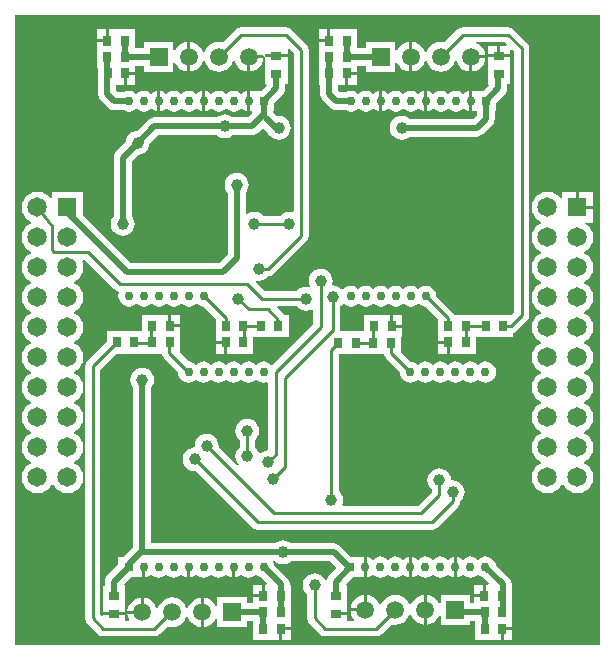
<source format=gtl>
%FSAX43Y43*%
%MOMM*%
G71*
G01*
G75*
G04 Layer_Physical_Order=1*
G04 Layer_Color=255*
%ADD10R,0.700X0.900*%
%ADD11R,0.900X0.700*%
%ADD12C,0.254*%
%ADD13C,0.500*%
%ADD14C,1.500*%
%ADD15R,1.500X1.500*%
%ADD16R,0.765X0.765*%
%ADD17C,0.765*%
%ADD18C,1.650*%
%ADD19R,1.650X1.650*%
%ADD20C,1.000*%
G36*
X0104775Y0036830D02*
X0055245D01*
Y0090170D01*
X0104775D01*
Y0036830D01*
D02*
G37*
%LPC*%
G36*
X0100358Y0075230D02*
X0100012Y0075184D01*
X0099690Y0075051D01*
X0099413Y0074838D01*
X0099201Y0074562D01*
X0099067Y0074239D01*
X0099022Y0073893D01*
X0099067Y0073548D01*
X0099201Y0073225D01*
X0099413Y0072948D01*
X0099690Y0072736D01*
X0099781Y0072698D01*
Y0072548D01*
X0099690Y0072511D01*
X0099413Y0072298D01*
X0099201Y0072022D01*
X0099067Y0071699D01*
X0099022Y0071353D01*
X0099067Y0071008D01*
X0099201Y0070685D01*
X0099413Y0070408D01*
X0099690Y0070196D01*
X0099781Y0070158D01*
Y0070008D01*
X0099690Y0069971D01*
X0099413Y0069758D01*
X0099201Y0069482D01*
X0099067Y0069159D01*
X0099022Y0068813D01*
X0099067Y0068468D01*
X0099201Y0068145D01*
X0099413Y0067868D01*
X0099690Y0067656D01*
X0099781Y0067618D01*
Y0067468D01*
X0099690Y0067431D01*
X0099413Y0067218D01*
X0099201Y0066942D01*
X0099067Y0066619D01*
X0099022Y0066273D01*
X0099067Y0065928D01*
X0099201Y0065605D01*
X0099413Y0065328D01*
X0099690Y0065116D01*
X0099781Y0065078D01*
Y0064928D01*
X0099690Y0064891D01*
X0099413Y0064678D01*
X0099201Y0064402D01*
X0099067Y0064079D01*
X0099022Y0063733D01*
X0099067Y0063388D01*
X0099201Y0063065D01*
X0099413Y0062788D01*
X0099690Y0062576D01*
X0099781Y0062538D01*
Y0062388D01*
X0099690Y0062351D01*
X0099413Y0062138D01*
X0099201Y0061862D01*
X0099067Y0061539D01*
X0099022Y0061193D01*
X0099067Y0060848D01*
X0099201Y0060525D01*
X0099413Y0060248D01*
X0099690Y0060036D01*
X0099781Y0059998D01*
Y0059848D01*
X0099690Y0059811D01*
X0099413Y0059598D01*
X0099201Y0059322D01*
X0099067Y0058999D01*
X0099022Y0058653D01*
X0099067Y0058308D01*
X0099201Y0057985D01*
X0099413Y0057708D01*
X0099690Y0057496D01*
X0099781Y0057458D01*
Y0057308D01*
X0099690Y0057271D01*
X0099413Y0057058D01*
X0099201Y0056782D01*
X0099067Y0056459D01*
X0099022Y0056113D01*
X0099067Y0055768D01*
X0099201Y0055445D01*
X0099413Y0055168D01*
X0099690Y0054956D01*
X0099781Y0054918D01*
Y0054768D01*
X0099690Y0054731D01*
X0099413Y0054518D01*
X0099201Y0054242D01*
X0099067Y0053919D01*
X0099022Y0053573D01*
X0099067Y0053228D01*
X0099201Y0052905D01*
X0099413Y0052628D01*
X0099690Y0052416D01*
X0099781Y0052378D01*
Y0052228D01*
X0099690Y0052191D01*
X0099413Y0051978D01*
X0099201Y0051702D01*
X0099067Y0051379D01*
X0099022Y0051033D01*
X0099067Y0050688D01*
X0099201Y0050365D01*
X0099413Y0050088D01*
X0099690Y0049876D01*
X0100012Y0049743D01*
X0100358Y0049697D01*
X0100704Y0049743D01*
X0101026Y0049876D01*
X0101303Y0050088D01*
X0101515Y0050365D01*
X0101553Y0050456D01*
X0101703D01*
X0101741Y0050365D01*
X0101953Y0050088D01*
X0102230Y0049876D01*
X0102552Y0049743D01*
X0102898Y0049697D01*
X0103244Y0049743D01*
X0103566Y0049876D01*
X0103843Y0050088D01*
X0104055Y0050365D01*
X0104189Y0050688D01*
X0104234Y0051033D01*
X0104189Y0051379D01*
X0104055Y0051702D01*
X0103843Y0051978D01*
X0103566Y0052191D01*
X0103475Y0052228D01*
Y0052378D01*
X0103566Y0052416D01*
X0103843Y0052628D01*
X0104055Y0052905D01*
X0104189Y0053228D01*
X0104234Y0053573D01*
X0104189Y0053919D01*
X0104055Y0054242D01*
X0103843Y0054518D01*
X0103566Y0054731D01*
X0103475Y0054768D01*
Y0054918D01*
X0103566Y0054956D01*
X0103843Y0055168D01*
X0104055Y0055445D01*
X0104189Y0055768D01*
X0104234Y0056113D01*
X0104189Y0056459D01*
X0104055Y0056782D01*
X0103843Y0057058D01*
X0103566Y0057271D01*
X0103475Y0057308D01*
Y0057458D01*
X0103566Y0057496D01*
X0103843Y0057708D01*
X0104055Y0057985D01*
X0104189Y0058308D01*
X0104234Y0058653D01*
X0104189Y0058999D01*
X0104055Y0059322D01*
X0103843Y0059598D01*
X0103566Y0059811D01*
X0103475Y0059848D01*
Y0059998D01*
X0103566Y0060036D01*
X0103843Y0060248D01*
X0104055Y0060525D01*
X0104189Y0060848D01*
X0104234Y0061193D01*
X0104189Y0061539D01*
X0104055Y0061862D01*
X0103843Y0062138D01*
X0103566Y0062351D01*
X0103475Y0062388D01*
Y0062538D01*
X0103566Y0062576D01*
X0103843Y0062788D01*
X0104055Y0063065D01*
X0104189Y0063388D01*
X0104234Y0063733D01*
X0104189Y0064079D01*
X0104055Y0064402D01*
X0103843Y0064678D01*
X0103566Y0064891D01*
X0103475Y0064928D01*
Y0065078D01*
X0103566Y0065116D01*
X0103843Y0065328D01*
X0104055Y0065605D01*
X0104189Y0065928D01*
X0104234Y0066273D01*
X0104189Y0066619D01*
X0104055Y0066942D01*
X0103843Y0067218D01*
X0103566Y0067431D01*
X0103475Y0067468D01*
Y0067618D01*
X0103566Y0067656D01*
X0103843Y0067868D01*
X0104055Y0068145D01*
X0104189Y0068468D01*
X0104234Y0068813D01*
X0104189Y0069159D01*
X0104055Y0069482D01*
X0103843Y0069758D01*
X0103566Y0069971D01*
X0103475Y0070008D01*
Y0070158D01*
X0103566Y0070196D01*
X0103843Y0070408D01*
X0104055Y0070685D01*
X0104189Y0071008D01*
X0104234Y0071353D01*
X0104189Y0071699D01*
X0104055Y0072022D01*
X0103843Y0072298D01*
X0103566Y0072511D01*
X0103578Y0072568D01*
X0104223D01*
Y0073766D01*
X0102898D01*
Y0073893D01*
X0102771D01*
Y0075218D01*
X0101573D01*
Y0074720D01*
X0101431Y0074672D01*
X0101303Y0074838D01*
X0101026Y0075051D01*
X0100704Y0075184D01*
X0100358Y0075230D01*
D02*
G37*
G36*
X0095108Y0044345D02*
X0094878Y0044315D01*
X0094663Y0044226D01*
X0094479Y0044084D01*
X0094467D01*
X0094283Y0044226D01*
X0094068Y0044315D01*
X0093838Y0044345D01*
X0093608Y0044315D01*
X0093393Y0044226D01*
X0093209Y0044084D01*
X0093197D01*
X0093013Y0044226D01*
X0092798Y0044315D01*
X0092695Y0044328D01*
Y0043455D01*
Y0042582D01*
X0092798Y0042595D01*
X0093013Y0042684D01*
X0093197Y0042826D01*
X0093209D01*
X0093393Y0042684D01*
X0093608Y0042595D01*
X0093838Y0042565D01*
X0094068Y0042595D01*
X0094283Y0042684D01*
X0094467Y0042826D01*
X0094479D01*
X0094663Y0042684D01*
X0094878Y0042595D01*
X0094901Y0042592D01*
X0095400Y0042094D01*
X0095342Y0041955D01*
X0095138D01*
Y0041005D01*
X0095011D01*
Y0040878D01*
X0094161D01*
Y0040380D01*
X0093813D01*
Y0041080D01*
X0091313D01*
Y0040367D01*
X0091166Y0040337D01*
X0091115Y0040460D01*
X0090915Y0040722D01*
X0090653Y0040922D01*
X0090349Y0041048D01*
X0090150Y0041074D01*
Y0039830D01*
Y0038586D01*
X0090349Y0038612D01*
X0090653Y0038738D01*
X0090915Y0038938D01*
X0091115Y0039200D01*
X0091166Y0039323D01*
X0091313Y0039293D01*
Y0038580D01*
X0093813D01*
Y0038868D01*
X0094186D01*
Y0038667D01*
X0094186D01*
Y0037280D01*
X0096409D01*
Y0038230D01*
X0096536D01*
Y0038357D01*
X0097386D01*
Y0039180D01*
X0097386D01*
Y0040568D01*
X0097361D01*
Y0041955D01*
X0097361D01*
X0097334Y0041982D01*
Y0041985D01*
X0097334Y0041985D01*
X0097334D01*
X0097322Y0042083D01*
X0097309Y0042181D01*
X0097255Y0042310D01*
X0097233Y0042363D01*
X0097113Y0042520D01*
X0095971Y0043662D01*
X0095968Y0043685D01*
X0095879Y0043900D01*
X0095737Y0044084D01*
X0095553Y0044226D01*
X0095338Y0044315D01*
X0095108Y0044345D01*
D02*
G37*
G36*
X0091298D02*
X0091068Y0044315D01*
X0090853Y0044226D01*
X0090669Y0044084D01*
X0090657D01*
X0090473Y0044226D01*
X0090258Y0044315D01*
X0090028Y0044345D01*
X0089798Y0044315D01*
X0089583Y0044226D01*
X0089399Y0044084D01*
X0089387D01*
X0089203Y0044226D01*
X0088988Y0044315D01*
X0088885Y0044328D01*
Y0043455D01*
Y0042582D01*
X0088988Y0042595D01*
X0089203Y0042684D01*
X0089387Y0042826D01*
X0089399D01*
X0089583Y0042684D01*
X0089798Y0042595D01*
X0090028Y0042565D01*
X0090258Y0042595D01*
X0090473Y0042684D01*
X0090657Y0042826D01*
X0090669D01*
X0090853Y0042684D01*
X0091068Y0042595D01*
X0091298Y0042565D01*
X0091528Y0042595D01*
X0091743Y0042684D01*
X0091927Y0042826D01*
X0091939D01*
X0092123Y0042684D01*
X0092338Y0042595D01*
X0092441Y0042582D01*
Y0043455D01*
Y0044328D01*
X0092338Y0044315D01*
X0092123Y0044226D01*
X0091939Y0044084D01*
X0091927D01*
X0091743Y0044226D01*
X0091528Y0044315D01*
X0091298Y0044345D01*
D02*
G37*
G36*
X0072982Y0062353D02*
X0072259D01*
Y0061530D01*
X0072982D01*
Y0062353D01*
D02*
G37*
G36*
X0069213Y0064830D02*
X0068490D01*
Y0064007D01*
X0069213D01*
Y0064830D01*
D02*
G37*
G36*
X0088013Y0064805D02*
X0087290D01*
Y0063982D01*
X0088013D01*
Y0064805D01*
D02*
G37*
G36*
X0091811Y0062353D02*
X0091088D01*
Y0061530D01*
X0091811D01*
Y0062353D01*
D02*
G37*
G36*
X0087488Y0044345D02*
X0087258Y0044315D01*
X0087043Y0044226D01*
X0086859Y0044084D01*
X0086847D01*
X0086663Y0044226D01*
X0086448Y0044315D01*
X0086218Y0044345D01*
X0085988Y0044315D01*
X0085773Y0044226D01*
X0085589Y0044084D01*
X0085577D01*
X0085393Y0044226D01*
X0085178Y0044315D01*
X0085075Y0044328D01*
Y0043455D01*
Y0042582D01*
X0085178Y0042595D01*
X0085393Y0042684D01*
X0085577Y0042826D01*
X0085589D01*
X0085773Y0042684D01*
X0085988Y0042595D01*
X0086218Y0042565D01*
X0086448Y0042595D01*
X0086663Y0042684D01*
X0086847Y0042826D01*
X0086859D01*
X0087043Y0042684D01*
X0087258Y0042595D01*
X0087488Y0042565D01*
X0087718Y0042595D01*
X0087933Y0042684D01*
X0088117Y0042826D01*
X0088129D01*
X0088313Y0042684D01*
X0088528Y0042595D01*
X0088631Y0042582D01*
Y0043455D01*
Y0044328D01*
X0088528Y0044315D01*
X0088313Y0044226D01*
X0088129Y0044084D01*
X0088117D01*
X0087933Y0044226D01*
X0087718Y0044315D01*
X0087488Y0044345D01*
D02*
G37*
G36*
X0065913Y0040868D02*
X0065714Y0040842D01*
X0065410Y0040716D01*
X0065148Y0040516D01*
X0064948Y0040254D01*
X0064822Y0039950D01*
X0064796Y0039751D01*
X0065913D01*
Y0040868D01*
D02*
G37*
G36*
X0078638Y0038103D02*
X0077915D01*
Y0037280D01*
X0078638D01*
Y0038103D01*
D02*
G37*
G36*
X0097386Y0038103D02*
X0096663D01*
Y0037280D01*
X0097386D01*
Y0038103D01*
D02*
G37*
G36*
X0084816Y0041074D02*
X0084617Y0041048D01*
X0084313Y0040922D01*
X0084051Y0040722D01*
X0083851Y0040460D01*
X0083725Y0040156D01*
X0083699Y0039957D01*
X0084816D01*
Y0041074D01*
D02*
G37*
G36*
X0066040Y0060318D02*
X0065779Y0060283D01*
X0065536Y0060182D01*
X0065327Y0060022D01*
X0065166Y0059813D01*
X0065066Y0059570D01*
X0065031Y0059309D01*
X0065066Y0059048D01*
X0065166Y0058805D01*
X0065284Y0058652D01*
Y0045144D01*
X0064477Y0044338D01*
X0064006D01*
Y0043642D01*
X0063103Y0042740D01*
X0062983Y0042583D01*
X0062907Y0042401D01*
X0062882Y0042205D01*
Y0041855D01*
X0062688D01*
Y0040155D01*
Y0039632D01*
X0064588D01*
Y0040155D01*
Y0041855D01*
X0064554D01*
X0064496Y0041994D01*
X0065075Y0042572D01*
X0065771D01*
Y0042572D01*
X0065852Y0042627D01*
X0065928Y0042595D01*
X0066031Y0042582D01*
Y0043455D01*
X0066285D01*
Y0042582D01*
X0066388Y0042595D01*
X0066603Y0042684D01*
X0066787Y0042826D01*
X0066799D01*
X0066983Y0042684D01*
X0067198Y0042595D01*
X0067428Y0042565D01*
X0067658Y0042595D01*
X0067873Y0042684D01*
X0068057Y0042826D01*
X0068069D01*
X0068253Y0042684D01*
X0068468Y0042595D01*
X0068698Y0042565D01*
X0068928Y0042595D01*
X0069143Y0042684D01*
X0069327Y0042826D01*
X0069339D01*
X0069523Y0042684D01*
X0069738Y0042595D01*
X0069841Y0042582D01*
Y0043455D01*
X0070095D01*
Y0042582D01*
X0070198Y0042595D01*
X0070413Y0042684D01*
X0070597Y0042826D01*
X0070609D01*
X0070793Y0042684D01*
X0071008Y0042595D01*
X0071238Y0042565D01*
X0071468Y0042595D01*
X0071683Y0042684D01*
X0071867Y0042826D01*
X0071879D01*
X0072063Y0042684D01*
X0072278Y0042595D01*
X0072508Y0042565D01*
X0072738Y0042595D01*
X0072953Y0042684D01*
X0073137Y0042826D01*
X0073149D01*
X0073333Y0042684D01*
X0073548Y0042595D01*
X0073651Y0042582D01*
Y0043455D01*
X0073905D01*
Y0042582D01*
X0074008Y0042595D01*
X0074223Y0042684D01*
X0074407Y0042826D01*
X0074419D01*
X0074603Y0042684D01*
X0074818Y0042595D01*
X0075048Y0042565D01*
X0075278Y0042595D01*
X0075493Y0042684D01*
X0075677Y0042826D01*
X0075689D01*
X0075873Y0042684D01*
X0076088Y0042595D01*
X0076111Y0042592D01*
X0076610Y0042094D01*
X0076552Y0041955D01*
X0076415D01*
Y0041005D01*
X0076288D01*
Y0040878D01*
X0075438D01*
Y0040380D01*
X0074910D01*
Y0040874D01*
X0072410D01*
Y0040160D01*
X0072263Y0040131D01*
X0072212Y0040254D01*
X0072012Y0040516D01*
X0071750Y0040716D01*
X0071446Y0040842D01*
X0071247Y0040868D01*
Y0039624D01*
Y0038380D01*
X0071446Y0038406D01*
X0071750Y0038532D01*
X0072012Y0038732D01*
X0072212Y0038994D01*
X0072263Y0039117D01*
X0072410Y0039088D01*
Y0038374D01*
X0074910D01*
Y0038868D01*
X0075438D01*
Y0038667D01*
X0075438D01*
Y0037280D01*
X0077661D01*
Y0038230D01*
X0077788D01*
Y0038357D01*
X0078638D01*
Y0039180D01*
X0078638D01*
Y0040055D01*
Y0041955D01*
X0078574D01*
X0078544Y0041985D01*
Y0041985D01*
X0078544D01*
D01*
X0078532Y0042083D01*
X0078519Y0042181D01*
X0078465Y0042310D01*
X0078443Y0042363D01*
X0078323Y0042520D01*
X0077181Y0043662D01*
X0077178Y0043685D01*
X0077089Y0043900D01*
X0077112Y0043948D01*
X0077321D01*
X0077474Y0043831D01*
X0077717Y0043730D01*
X0077978Y0043695D01*
X0078239Y0043730D01*
X0078482Y0043831D01*
X0078635Y0043948D01*
X0081983D01*
X0082467Y0043464D01*
Y0043313D01*
X0081893Y0042740D01*
X0081773Y0042583D01*
X0081697Y0042401D01*
X0081693Y0042371D01*
X0081545Y0042351D01*
X0081519Y0042414D01*
X0081358Y0042623D01*
X0081149Y0042784D01*
X0080906Y0042884D01*
X0080645Y0042919D01*
X0080384Y0042884D01*
X0080141Y0042784D01*
X0079932Y0042623D01*
X0079771Y0042414D01*
X0079671Y0042171D01*
X0079636Y0041910D01*
X0079671Y0041649D01*
X0079771Y0041406D01*
X0079932Y0041197D01*
X0080006Y0041140D01*
Y0039116D01*
X0080006Y0039116D01*
X0080006D01*
X0080054Y0038871D01*
X0080193Y0038664D01*
X0081082Y0037775D01*
X0081289Y0037636D01*
X0081534Y0037588D01*
X0085880D01*
X0086125Y0037636D01*
X0086332Y0037775D01*
X0086332Y0037775D01*
X0086332Y0037775D01*
X0087168Y0038611D01*
X0087483Y0038569D01*
X0087809Y0038612D01*
X0088113Y0038738D01*
X0088375Y0038938D01*
X0088575Y0039200D01*
X0088678Y0039449D01*
X0088828D01*
X0088931Y0039200D01*
X0089131Y0038938D01*
X0089393Y0038738D01*
X0089697Y0038612D01*
X0089896Y0038586D01*
Y0039830D01*
Y0041074D01*
X0089697Y0041048D01*
X0089393Y0040922D01*
X0089131Y0040722D01*
X0088931Y0040460D01*
X0088828Y0040211D01*
X0088678D01*
X0088575Y0040460D01*
X0088375Y0040722D01*
X0088113Y0040922D01*
X0087809Y0041048D01*
X0087483Y0041091D01*
X0087157Y0041048D01*
X0086853Y0040922D01*
X0086591Y0040722D01*
X0086391Y0040460D01*
X0086288Y0040211D01*
X0086138D01*
X0086035Y0040460D01*
X0085835Y0040722D01*
X0085573Y0040922D01*
X0085269Y0041048D01*
X0085070Y0041074D01*
Y0039830D01*
X0084943D01*
Y0039703D01*
X0083699D01*
X0083725Y0039504D01*
X0083851Y0039200D01*
X0084004Y0039001D01*
X0083937Y0038866D01*
X0083373D01*
Y0039382D01*
X0082423D01*
Y0039636D01*
X0083373D01*
Y0040159D01*
Y0041859D01*
X0083348D01*
X0083290Y0041998D01*
X0083865Y0042572D01*
X0084561D01*
Y0042572D01*
X0084642Y0042627D01*
X0084718Y0042595D01*
X0084821Y0042582D01*
Y0043455D01*
Y0044328D01*
X0084718Y0044315D01*
X0084642Y0044283D01*
X0084561Y0044338D01*
Y0044338D01*
X0083732D01*
X0082831Y0045239D01*
X0082674Y0045359D01*
X0082492Y0045435D01*
X0082296Y0045460D01*
X0078635D01*
X0078482Y0045577D01*
X0078239Y0045678D01*
X0077978Y0045713D01*
X0077717Y0045678D01*
X0077474Y0045577D01*
X0077321Y0045460D01*
X0066796D01*
Y0058652D01*
X0066913Y0058805D01*
X0067014Y0059048D01*
X0067049Y0059309D01*
X0067014Y0059570D01*
X0066913Y0059813D01*
X0066753Y0060022D01*
X0066544Y0060182D01*
X0066301Y0060283D01*
X0066040Y0060318D01*
D02*
G37*
G36*
X0094884Y0041955D02*
X0094161D01*
Y0041132D01*
X0094884D01*
Y0041955D01*
D02*
G37*
G36*
X0076161D02*
X0075438D01*
Y0041132D01*
X0076161D01*
Y0041955D01*
D02*
G37*
G36*
X0104223Y0075218D02*
X0103025D01*
Y0074020D01*
X0104223D01*
Y0075218D01*
D02*
G37*
G36*
X0084207Y0088980D02*
X0081984D01*
Y0088030D01*
X0081857D01*
Y0087903D01*
X0081007D01*
Y0087080D01*
X0081007D01*
Y0085680D01*
Y0084305D01*
X0081138D01*
Y0083464D01*
X0081138Y0083464D01*
X0081138D01*
X0081163Y0083268D01*
X0081239Y0083086D01*
X0081359Y0082929D01*
X0081918Y0082370D01*
X0081918Y0082370D01*
X0081996Y0082310D01*
X0082075Y0082250D01*
X0082257Y0082174D01*
X0082453Y0082149D01*
X0082453Y0082149D01*
X0083244D01*
X0083263Y0082134D01*
X0083478Y0082045D01*
X0083708Y0082015D01*
X0083938Y0082045D01*
X0084153Y0082134D01*
X0084337Y0082276D01*
X0084349D01*
X0084533Y0082134D01*
X0084748Y0082045D01*
X0084978Y0082015D01*
X0085208Y0082045D01*
X0085423Y0082134D01*
X0085607Y0082276D01*
X0085619D01*
X0085803Y0082134D01*
X0086018Y0082045D01*
X0086121Y0082032D01*
Y0082905D01*
Y0083778D01*
X0086018Y0083765D01*
X0085803Y0083676D01*
X0085619Y0083534D01*
X0085607D01*
X0085423Y0083676D01*
X0085208Y0083765D01*
X0084978Y0083795D01*
X0084748Y0083765D01*
X0084533Y0083676D01*
X0084349Y0083534D01*
X0084337D01*
X0084153Y0083676D01*
X0083938Y0083765D01*
X0083708Y0083795D01*
X0083478Y0083765D01*
X0083263Y0083676D01*
X0083244Y0083661D01*
X0082766D01*
X0082650Y0083777D01*
Y0084305D01*
X0083230D01*
Y0085255D01*
X0083357D01*
Y0085382D01*
X0084207D01*
Y0085680D01*
Y0085899D01*
X0084988D01*
Y0085405D01*
X0087488D01*
Y0086118D01*
X0087635Y0086148D01*
X0087686Y0086025D01*
X0087886Y0085763D01*
X0088148Y0085563D01*
X0088452Y0085437D01*
X0088651Y0085411D01*
Y0086655D01*
Y0087899D01*
X0088452Y0087873D01*
X0088148Y0087747D01*
X0087886Y0087547D01*
X0087686Y0087285D01*
X0087635Y0087162D01*
X0087488Y0087191D01*
Y0087905D01*
X0084988D01*
Y0087411D01*
X0084207D01*
Y0087580D01*
X0084207D01*
Y0088980D01*
D02*
G37*
G36*
X0095102Y0086528D02*
X0093985D01*
Y0085411D01*
X0094184Y0085437D01*
X0094488Y0085563D01*
X0094750Y0085763D01*
X0094950Y0086025D01*
X0095076Y0086329D01*
X0095102Y0086528D01*
D02*
G37*
G36*
X0065444Y0088980D02*
X0063221D01*
Y0088030D01*
X0063094D01*
Y0087903D01*
X0062244D01*
Y0087580D01*
X0062244D01*
Y0085680D01*
X0062269D01*
Y0084305D01*
X0062338D01*
Y0083464D01*
X0062363Y0083268D01*
X0062417Y0083139D01*
X0062439Y0083086D01*
X0062559Y0082929D01*
X0063118Y0082370D01*
X0063118Y0082370D01*
X0063275Y0082250D01*
D01*
D01*
Y0082250D01*
X0063275Y0082250D01*
D01*
D01*
X0063275D01*
Y0082250D01*
D01*
X0063275D01*
Y0082250D01*
X0063457Y0082174D01*
X0063653Y0082149D01*
X0063653Y0082149D01*
X0064454D01*
X0064473Y0082134D01*
X0064688Y0082045D01*
X0064918Y0082015D01*
X0065148Y0082045D01*
X0065363Y0082134D01*
X0065547Y0082276D01*
X0065559D01*
X0065743Y0082134D01*
X0065958Y0082045D01*
X0066188Y0082015D01*
X0066418Y0082045D01*
X0066633Y0082134D01*
X0066817Y0082276D01*
X0066829D01*
X0067013Y0082134D01*
X0067228Y0082045D01*
X0067331Y0082032D01*
Y0082905D01*
Y0083778D01*
X0067228Y0083765D01*
X0067013Y0083676D01*
X0066829Y0083534D01*
X0066817D01*
X0066633Y0083676D01*
X0066418Y0083765D01*
X0066188Y0083795D01*
X0065958Y0083765D01*
X0065743Y0083676D01*
X0065559Y0083534D01*
X0065547D01*
X0065363Y0083676D01*
X0065148Y0083765D01*
X0064918Y0083795D01*
X0064688Y0083765D01*
X0064473Y0083676D01*
X0064454Y0083661D01*
X0063966D01*
X0063850Y0083777D01*
Y0084305D01*
X0064492D01*
Y0085255D01*
X0064619D01*
Y0085382D01*
X0065469D01*
Y0085899D01*
X0066188D01*
Y0085405D01*
X0068688D01*
Y0086118D01*
X0068835Y0086148D01*
X0068886Y0086025D01*
X0069086Y0085763D01*
X0069348Y0085563D01*
X0069652Y0085437D01*
X0069851Y0085411D01*
Y0086655D01*
Y0087899D01*
X0069652Y0087873D01*
X0069348Y0087747D01*
X0069086Y0087547D01*
X0068886Y0087285D01*
X0068835Y0087162D01*
X0068688Y0087191D01*
Y0087905D01*
X0066188D01*
Y0087411D01*
X0065444D01*
Y0088980D01*
D02*
G37*
G36*
X0076302Y0086528D02*
X0075185D01*
Y0085411D01*
X0075384Y0085437D01*
X0075688Y0085563D01*
X0075950Y0085763D01*
X0076150Y0086025D01*
X0076276Y0086329D01*
X0076302Y0086528D01*
D02*
G37*
G36*
X0062967Y0088980D02*
X0062244D01*
Y0088157D01*
X0062967D01*
Y0088980D01*
D02*
G37*
G36*
X0081730D02*
X0081007D01*
Y0088157D01*
X0081730D01*
Y0088980D01*
D02*
G37*
G36*
X0096111Y0087580D02*
X0095288D01*
Y0086857D01*
X0096111D01*
Y0087580D01*
D02*
G37*
G36*
X0097028Y0089158D02*
X0093182D01*
X0092937Y0089110D01*
X0092730Y0088971D01*
X0091633Y0087874D01*
X0091318Y0087916D01*
X0090992Y0087873D01*
X0090688Y0087747D01*
X0090426Y0087547D01*
X0090226Y0087285D01*
X0090123Y0087036D01*
X0089973D01*
X0089870Y0087285D01*
X0089670Y0087547D01*
X0089408Y0087747D01*
X0089104Y0087873D01*
X0088905Y0087899D01*
Y0086655D01*
Y0085411D01*
X0089104Y0085437D01*
X0089408Y0085563D01*
X0089670Y0085763D01*
X0089870Y0086025D01*
X0089973Y0086274D01*
X0090123D01*
X0090226Y0086025D01*
X0090426Y0085763D01*
X0090688Y0085563D01*
X0090992Y0085437D01*
X0091318Y0085394D01*
X0091644Y0085437D01*
X0091948Y0085563D01*
X0092210Y0085763D01*
X0092410Y0086025D01*
X0092513Y0086274D01*
X0092663D01*
X0092766Y0086025D01*
X0092966Y0085763D01*
X0093228Y0085563D01*
X0093532Y0085437D01*
X0093731Y0085411D01*
Y0086655D01*
X0093858D01*
Y0086782D01*
X0095102D01*
X0095076Y0086981D01*
X0094950Y0087285D01*
X0094750Y0087547D01*
X0094488Y0087747D01*
X0094184Y0087873D01*
Y0087873D01*
X0094185Y0087880D01*
X0096763D01*
X0096924Y0087719D01*
X0096867Y0087580D01*
X0096365D01*
Y0086857D01*
X0097188D01*
Y0087259D01*
X0097327Y0087316D01*
X0097532Y0087111D01*
Y0065035D01*
X0097327Y0064830D01*
X0094288D01*
Y0064830D01*
X0092482D01*
X0092390Y0064967D01*
X0090946Y0066411D01*
X0090918Y0066625D01*
X0090829Y0066840D01*
X0090687Y0067024D01*
X0090503Y0067166D01*
X0090288Y0067255D01*
X0090058Y0067285D01*
X0089828Y0067255D01*
X0089613Y0067166D01*
X0089429Y0067024D01*
X0089417D01*
X0089233Y0067166D01*
X0089018Y0067255D01*
X0088788Y0067285D01*
X0088558Y0067255D01*
X0088343Y0067166D01*
X0088159Y0067024D01*
X0088147D01*
X0087963Y0067166D01*
X0087748Y0067255D01*
X0087518Y0067285D01*
X0087288Y0067255D01*
X0087073Y0067166D01*
X0086889Y0067024D01*
X0086877D01*
X0086693Y0067166D01*
X0086478Y0067255D01*
X0086248Y0067285D01*
X0086018Y0067255D01*
X0085803Y0067166D01*
X0085619Y0067024D01*
X0085607D01*
X0085423Y0067166D01*
X0085208Y0067255D01*
X0084978Y0067285D01*
X0084748Y0067255D01*
X0084533Y0067166D01*
X0084349Y0067024D01*
X0084337D01*
X0084153Y0067166D01*
X0083938Y0067255D01*
X0083708Y0067285D01*
X0083478Y0067255D01*
X0083263Y0067166D01*
X0083079Y0067024D01*
X0083049Y0066986D01*
X0082899D01*
X0082882Y0067007D01*
X0082673Y0067168D01*
X0082430Y0067268D01*
X0082169Y0067303D01*
X0082108Y0067383D01*
X0082127Y0067430D01*
X0082162Y0067691D01*
X0082127Y0067952D01*
X0082026Y0068195D01*
X0081866Y0068404D01*
X0081657Y0068564D01*
X0081414Y0068665D01*
X0081153Y0068700D01*
X0080892Y0068665D01*
X0080649Y0068564D01*
X0080440Y0068404D01*
X0080280Y0068195D01*
X0080179Y0067952D01*
X0080144Y0067691D01*
X0080179Y0067430D01*
X0080255Y0067245D01*
X0080149Y0067139D01*
X0080144Y0067141D01*
X0079883Y0067176D01*
X0079622Y0067141D01*
X0079379Y0067040D01*
X0079170Y0066880D01*
X0079113Y0066806D01*
X0076465D01*
X0075681Y0067590D01*
X0075747Y0067725D01*
X0075946Y0067698D01*
X0076207Y0067733D01*
X0076450Y0067834D01*
X0076659Y0067994D01*
X0076717Y0068070D01*
X0076953Y0068116D01*
X0077160Y0068255D01*
X0077160Y0068255D01*
X0077160Y0068255D01*
X0079954Y0071049D01*
X0080093Y0071256D01*
X0080141Y0071501D01*
Y0087245D01*
X0080093Y0087490D01*
X0079954Y0087697D01*
X0078680Y0088971D01*
X0078473Y0089110D01*
X0078228Y0089158D01*
X0074422D01*
X0074177Y0089110D01*
X0073970Y0088971D01*
X0072864Y0087865D01*
X0072844Y0087873D01*
X0072518Y0087916D01*
X0072192Y0087873D01*
X0071888Y0087747D01*
X0071626Y0087547D01*
X0071426Y0087285D01*
X0071323Y0087036D01*
X0071173D01*
X0071070Y0087285D01*
X0070870Y0087547D01*
X0070608Y0087747D01*
X0070304Y0087873D01*
X0070105Y0087899D01*
Y0086655D01*
Y0085411D01*
X0070304Y0085437D01*
X0070608Y0085563D01*
X0070870Y0085763D01*
X0071070Y0086025D01*
X0071173Y0086274D01*
X0071323D01*
X0071426Y0086025D01*
X0071626Y0085763D01*
X0071888Y0085563D01*
X0072192Y0085437D01*
X0072518Y0085394D01*
X0072844Y0085437D01*
X0073148Y0085563D01*
X0073410Y0085763D01*
X0073610Y0086025D01*
X0073713Y0086274D01*
X0073863D01*
X0073966Y0086025D01*
X0074166Y0085763D01*
X0074428Y0085563D01*
X0074732Y0085437D01*
X0074931Y0085411D01*
Y0086655D01*
X0075058D01*
Y0086782D01*
X0076302D01*
X0076319Y0086655D01*
X0076313Y0086614D01*
X0076463Y0086604D01*
Y0086857D01*
X0078363D01*
Y0087284D01*
X0078502Y0087341D01*
X0078863Y0086980D01*
Y0073585D01*
X0078738Y0073502D01*
X0078735Y0073503D01*
X0078474Y0073538D01*
X0078213Y0073503D01*
X0077970Y0073402D01*
X0077761Y0073242D01*
X0077704Y0073168D01*
X0076323D01*
X0076266Y0073242D01*
X0076057Y0073402D01*
X0075814Y0073503D01*
X0075553Y0073538D01*
X0075292Y0073503D01*
X0075049Y0073402D01*
X0074932Y0073313D01*
X0074797Y0073379D01*
Y0075162D01*
X0074914Y0075315D01*
X0075015Y0075558D01*
X0075050Y0075819D01*
X0075015Y0076080D01*
X0074914Y0076323D01*
X0074754Y0076532D01*
X0074545Y0076692D01*
X0074302Y0076793D01*
X0074041Y0076828D01*
X0073780Y0076793D01*
X0073537Y0076692D01*
X0073328Y0076532D01*
X0073168Y0076323D01*
X0073067Y0076080D01*
X0073032Y0075819D01*
X0073067Y0075558D01*
X0073168Y0075315D01*
X0073285Y0075162D01*
Y0069909D01*
X0072585Y0069209D01*
X0065083D01*
X0061043Y0073250D01*
Y0075218D01*
X0058393D01*
Y0074720D01*
X0058251Y0074672D01*
X0058123Y0074838D01*
X0057846Y0075051D01*
X0057524Y0075184D01*
X0057178Y0075230D01*
X0056832Y0075184D01*
X0056510Y0075051D01*
X0056233Y0074838D01*
X0056021Y0074562D01*
X0055887Y0074239D01*
X0055842Y0073893D01*
X0055887Y0073548D01*
X0056021Y0073225D01*
X0056233Y0072948D01*
X0056510Y0072736D01*
X0056601Y0072698D01*
Y0072548D01*
X0056510Y0072511D01*
X0056233Y0072298D01*
X0056021Y0072022D01*
X0055887Y0071699D01*
X0055842Y0071353D01*
X0055887Y0071008D01*
X0056021Y0070685D01*
X0056233Y0070408D01*
X0056510Y0070196D01*
X0056601Y0070158D01*
Y0070008D01*
X0056510Y0069971D01*
X0056233Y0069758D01*
X0056021Y0069482D01*
X0055887Y0069159D01*
X0055842Y0068813D01*
X0055887Y0068468D01*
X0056021Y0068145D01*
X0056233Y0067868D01*
X0056510Y0067656D01*
X0056601Y0067618D01*
Y0067468D01*
X0056510Y0067431D01*
X0056233Y0067218D01*
X0056021Y0066942D01*
X0055887Y0066619D01*
X0055842Y0066273D01*
X0055887Y0065928D01*
X0056021Y0065605D01*
X0056233Y0065328D01*
X0056510Y0065116D01*
X0056601Y0065078D01*
Y0064928D01*
X0056510Y0064891D01*
X0056233Y0064678D01*
X0056021Y0064402D01*
X0055887Y0064079D01*
X0055842Y0063733D01*
X0055887Y0063388D01*
X0056021Y0063065D01*
X0056233Y0062788D01*
X0056510Y0062576D01*
X0056601Y0062538D01*
Y0062388D01*
X0056510Y0062351D01*
X0056233Y0062138D01*
X0056021Y0061862D01*
X0055887Y0061539D01*
X0055842Y0061193D01*
X0055887Y0060848D01*
X0056021Y0060525D01*
X0056233Y0060248D01*
X0056510Y0060036D01*
X0056601Y0059998D01*
Y0059848D01*
X0056510Y0059811D01*
X0056233Y0059598D01*
X0056021Y0059322D01*
X0055887Y0058999D01*
X0055842Y0058653D01*
X0055887Y0058308D01*
X0056021Y0057985D01*
X0056233Y0057708D01*
X0056510Y0057496D01*
X0056601Y0057458D01*
Y0057308D01*
X0056510Y0057271D01*
X0056233Y0057058D01*
X0056021Y0056782D01*
X0055887Y0056459D01*
X0055842Y0056113D01*
X0055887Y0055768D01*
X0056021Y0055445D01*
X0056233Y0055168D01*
X0056510Y0054956D01*
X0056601Y0054918D01*
Y0054768D01*
X0056510Y0054731D01*
X0056233Y0054518D01*
X0056021Y0054242D01*
X0055887Y0053919D01*
X0055842Y0053573D01*
X0055887Y0053228D01*
X0056021Y0052905D01*
X0056233Y0052628D01*
X0056510Y0052416D01*
X0056601Y0052378D01*
Y0052228D01*
X0056510Y0052191D01*
X0056233Y0051978D01*
X0056021Y0051702D01*
X0055887Y0051379D01*
X0055842Y0051033D01*
X0055887Y0050688D01*
X0056021Y0050365D01*
X0056233Y0050088D01*
X0056510Y0049876D01*
X0056832Y0049743D01*
X0057178Y0049697D01*
X0057524Y0049743D01*
X0057846Y0049876D01*
X0058123Y0050088D01*
X0058335Y0050365D01*
X0058373Y0050456D01*
X0058523D01*
X0058561Y0050365D01*
X0058773Y0050088D01*
X0059050Y0049876D01*
X0059372Y0049743D01*
X0059718Y0049697D01*
X0060064Y0049743D01*
X0060386Y0049876D01*
X0060663Y0050088D01*
X0060875Y0050365D01*
X0061009Y0050688D01*
X0061054Y0051033D01*
X0061009Y0051379D01*
X0060875Y0051702D01*
X0060663Y0051978D01*
X0060386Y0052191D01*
X0060295Y0052228D01*
Y0052378D01*
X0060386Y0052416D01*
X0060663Y0052628D01*
X0060875Y0052905D01*
X0061009Y0053228D01*
X0061054Y0053573D01*
X0061009Y0053919D01*
X0060875Y0054242D01*
X0060663Y0054518D01*
X0060386Y0054731D01*
X0060295Y0054768D01*
Y0054918D01*
X0060386Y0054956D01*
X0060663Y0055168D01*
X0060875Y0055445D01*
X0061009Y0055768D01*
X0061054Y0056113D01*
X0061009Y0056459D01*
X0060875Y0056782D01*
X0060663Y0057058D01*
X0060386Y0057271D01*
X0060295Y0057308D01*
Y0057458D01*
X0060386Y0057496D01*
X0060663Y0057708D01*
X0060875Y0057985D01*
X0061009Y0058308D01*
X0061054Y0058653D01*
X0061009Y0058999D01*
X0060875Y0059322D01*
X0060663Y0059598D01*
X0060386Y0059811D01*
X0060295Y0059848D01*
Y0059998D01*
X0060386Y0060036D01*
X0060663Y0060248D01*
X0060875Y0060525D01*
X0061009Y0060848D01*
X0061054Y0061193D01*
X0061009Y0061539D01*
X0060875Y0061862D01*
X0060663Y0062138D01*
X0060386Y0062351D01*
X0060295Y0062388D01*
Y0062538D01*
X0060386Y0062576D01*
X0060663Y0062788D01*
X0060875Y0063065D01*
X0061009Y0063388D01*
X0061054Y0063733D01*
X0061009Y0064079D01*
X0060875Y0064402D01*
X0060663Y0064678D01*
X0060386Y0064891D01*
X0060295Y0064928D01*
Y0065078D01*
X0060386Y0065116D01*
X0060663Y0065328D01*
X0060875Y0065605D01*
X0061009Y0065928D01*
X0061054Y0066273D01*
X0061009Y0066619D01*
X0060875Y0066942D01*
X0060663Y0067218D01*
X0060386Y0067431D01*
X0060295Y0067468D01*
Y0067618D01*
X0060386Y0067656D01*
X0060663Y0067868D01*
X0060875Y0068145D01*
X0061009Y0068468D01*
X0061054Y0068813D01*
X0061009Y0069159D01*
X0060934Y0069340D01*
X0061017Y0069465D01*
X0061203D01*
X0063683Y0066985D01*
X0063890Y0066846D01*
X0064014Y0066822D01*
X0064085Y0066689D01*
X0064058Y0066625D01*
X0064028Y0066395D01*
X0064058Y0066165D01*
X0064147Y0065950D01*
X0064289Y0065766D01*
X0064473Y0065624D01*
X0064688Y0065535D01*
X0064918Y0065505D01*
X0065148Y0065535D01*
X0065363Y0065624D01*
X0065547Y0065766D01*
X0065559D01*
X0065743Y0065624D01*
X0065958Y0065535D01*
X0066188Y0065505D01*
X0066418Y0065535D01*
X0066633Y0065624D01*
X0066817Y0065766D01*
X0066829D01*
X0067013Y0065624D01*
X0067228Y0065535D01*
X0067458Y0065505D01*
X0067688Y0065535D01*
X0067903Y0065624D01*
X0068087Y0065766D01*
X0068099D01*
X0068283Y0065624D01*
X0068498Y0065535D01*
X0068728Y0065505D01*
X0068958Y0065535D01*
X0069173Y0065624D01*
X0069357Y0065766D01*
X0069369D01*
X0069553Y0065624D01*
X0069768Y0065535D01*
X0069998Y0065505D01*
X0070228Y0065535D01*
X0070443Y0065624D01*
X0070627Y0065766D01*
X0070639D01*
X0070823Y0065624D01*
X0071038Y0065535D01*
X0071240Y0065509D01*
X0072259Y0064490D01*
Y0062930D01*
Y0062607D01*
X0073109D01*
Y0062480D01*
X0073236D01*
Y0061530D01*
X0075459D01*
Y0062930D01*
X0078434D01*
Y0064830D01*
X0078052D01*
X0078036Y0064854D01*
X0077501Y0065389D01*
X0077558Y0065528D01*
X0079113D01*
X0079170Y0065454D01*
X0079379Y0065294D01*
X0079622Y0065193D01*
X0079883Y0065158D01*
X0080144Y0065193D01*
X0080387Y0065294D01*
X0080514Y0065231D01*
Y0064019D01*
X0077081Y0060586D01*
X0076947Y0060594D01*
X0076763Y0060736D01*
X0076548Y0060825D01*
X0076318Y0060855D01*
X0076088Y0060825D01*
X0075873Y0060736D01*
X0075689Y0060594D01*
X0075677D01*
X0075493Y0060736D01*
X0075278Y0060825D01*
X0075048Y0060855D01*
X0074818Y0060825D01*
X0074603Y0060736D01*
X0074419Y0060594D01*
X0074407D01*
X0074223Y0060736D01*
X0074008Y0060825D01*
X0073778Y0060855D01*
X0073548Y0060825D01*
X0073333Y0060736D01*
X0073149Y0060594D01*
X0073137D01*
X0072953Y0060736D01*
X0072738Y0060825D01*
X0072508Y0060855D01*
X0072278Y0060825D01*
X0072063Y0060736D01*
X0071879Y0060594D01*
X0071867D01*
X0071683Y0060736D01*
X0071468Y0060825D01*
X0071238Y0060855D01*
X0071008Y0060825D01*
X0070793Y0060736D01*
X0070609Y0060594D01*
X0070597D01*
X0070413Y0060736D01*
X0070198Y0060825D01*
X0069973Y0060855D01*
X0069213Y0061614D01*
Y0062930D01*
Y0063753D01*
X0068363D01*
Y0063880D01*
X0068236D01*
Y0064830D01*
X0066013D01*
Y0063430D01*
X0063038D01*
Y0062534D01*
X0061393Y0060889D01*
X0061254Y0060682D01*
X0061206Y0060437D01*
Y0039116D01*
X0061206Y0039116D01*
X0061206D01*
X0061254Y0038871D01*
X0061393Y0038664D01*
X0062282Y0037775D01*
X0062489Y0037636D01*
X0062734Y0037588D01*
X0067080D01*
X0067325Y0037636D01*
X0067532Y0037775D01*
X0067532Y0037775D01*
X0067532Y0037775D01*
X0068190Y0038433D01*
X0068254Y0038406D01*
X0068580Y0038363D01*
X0068906Y0038406D01*
X0069210Y0038532D01*
X0069472Y0038732D01*
X0069672Y0038994D01*
X0069775Y0039243D01*
X0069925D01*
X0070028Y0038994D01*
X0070228Y0038732D01*
X0070490Y0038532D01*
X0070794Y0038406D01*
X0070993Y0038380D01*
Y0039624D01*
Y0040868D01*
X0070794Y0040842D01*
X0070490Y0040716D01*
X0070228Y0040516D01*
X0070028Y0040254D01*
X0069925Y0040005D01*
X0069775D01*
X0069672Y0040254D01*
X0069472Y0040516D01*
X0069210Y0040716D01*
X0068906Y0040842D01*
X0068580Y0040885D01*
X0068254Y0040842D01*
X0067950Y0040716D01*
X0067688Y0040516D01*
X0067488Y0040254D01*
X0067385Y0040005D01*
X0067235D01*
X0067132Y0040254D01*
X0066932Y0040516D01*
X0066670Y0040716D01*
X0066366Y0040842D01*
X0066167Y0040868D01*
Y0039624D01*
X0066040D01*
Y0039497D01*
X0064796D01*
X0064822Y0039298D01*
X0064948Y0038994D01*
X0064885Y0038866D01*
X0064588D01*
Y0039378D01*
X0062688D01*
Y0039373D01*
X0062609Y0039340D01*
X0062484Y0039424D01*
Y0060172D01*
X0063842Y0061530D01*
X0066013D01*
Y0061530D01*
X0067690D01*
X0067722Y0061365D01*
X0067861Y0061158D01*
X0069082Y0059937D01*
X0069108Y0059735D01*
X0069197Y0059520D01*
X0069339Y0059336D01*
X0069523Y0059194D01*
X0069738Y0059105D01*
X0069968Y0059075D01*
X0070198Y0059105D01*
X0070413Y0059194D01*
X0070597Y0059336D01*
X0070609D01*
X0070793Y0059194D01*
X0071008Y0059105D01*
X0071238Y0059075D01*
X0071468Y0059105D01*
X0071683Y0059194D01*
X0071867Y0059336D01*
X0071879D01*
X0072063Y0059194D01*
X0072278Y0059105D01*
X0072508Y0059075D01*
X0072738Y0059105D01*
X0072953Y0059194D01*
X0073137Y0059336D01*
X0073149D01*
X0073333Y0059194D01*
X0073548Y0059105D01*
X0073778Y0059075D01*
X0074008Y0059105D01*
X0074223Y0059194D01*
X0074407Y0059336D01*
X0074419D01*
X0074603Y0059194D01*
X0074818Y0059105D01*
X0075048Y0059075D01*
X0075278Y0059105D01*
X0075493Y0059194D01*
X0075677Y0059336D01*
X0075689D01*
X0075873Y0059194D01*
X0076088Y0059105D01*
X0076318Y0059075D01*
X0076548Y0059105D01*
X0076579Y0059118D01*
X0076704Y0059035D01*
Y0053332D01*
X0076447Y0053298D01*
X0076204Y0053197D01*
X0076101Y0053119D01*
X0075946Y0053099D01*
X0075896Y0053112D01*
X0075803Y0053336D01*
X0075643Y0053545D01*
X0075569Y0053602D01*
Y0054221D01*
X0075643Y0054278D01*
X0075803Y0054487D01*
X0075904Y0054730D01*
X0075939Y0054991D01*
X0075904Y0055252D01*
X0075803Y0055495D01*
X0075643Y0055704D01*
X0075434Y0055864D01*
X0075191Y0055965D01*
X0074930Y0056000D01*
X0074669Y0055965D01*
X0074426Y0055864D01*
X0074217Y0055704D01*
X0074057Y0055495D01*
X0073956Y0055252D01*
X0073921Y0054991D01*
X0073956Y0054730D01*
X0074057Y0054487D01*
X0074217Y0054278D01*
X0074291Y0054221D01*
Y0053602D01*
X0074217Y0053545D01*
X0074057Y0053336D01*
X0073956Y0053093D01*
X0073921Y0052832D01*
X0073956Y0052571D01*
X0074057Y0052328D01*
X0074210Y0052128D01*
X0074172Y0052095D01*
X0074155Y0052080D01*
X0074050Y0052076D01*
X0072497Y0053629D01*
X0072510Y0053721D01*
X0072475Y0053982D01*
X0072374Y0054225D01*
X0072214Y0054434D01*
X0072005Y0054595D01*
X0071762Y0054695D01*
X0071501Y0054730D01*
X0071240Y0054695D01*
X0070997Y0054595D01*
X0070788Y0054434D01*
X0070628Y0054225D01*
X0070527Y0053982D01*
X0070492Y0053721D01*
X0070496Y0053695D01*
X0070404Y0053576D01*
X0070224Y0053552D01*
X0069981Y0053451D01*
X0069772Y0053291D01*
X0069612Y0053082D01*
X0069511Y0052839D01*
X0069476Y0052578D01*
X0069511Y0052317D01*
X0069612Y0052074D01*
X0069772Y0051865D01*
X0069981Y0051704D01*
X0070224Y0051604D01*
X0070485Y0051569D01*
X0070577Y0051582D01*
X0075367Y0046792D01*
X0075367Y0046792D01*
X0075367D01*
X0075367Y0046792D01*
X0075367D01*
X0075367Y0046792D01*
Y0046792D01*
Y0046792D01*
D01*
D01*
X0075367D01*
Y0046792D01*
X0075574Y0046653D01*
X0075819Y0046605D01*
X0090551D01*
X0090796Y0046653D01*
X0091003Y0046792D01*
X0092781Y0048570D01*
X0092920Y0048777D01*
X0092966Y0049013D01*
X0093042Y0049071D01*
X0093202Y0049280D01*
X0093303Y0049523D01*
X0093338Y0049784D01*
X0093303Y0050045D01*
X0093202Y0050288D01*
X0093042Y0050497D01*
X0092833Y0050658D01*
X0092590Y0050758D01*
X0092329Y0050793D01*
X0092303Y0050789D01*
X0092184Y0050881D01*
X0092160Y0051061D01*
X0092060Y0051304D01*
X0091899Y0051513D01*
X0091690Y0051674D01*
X0091447Y0051774D01*
X0091186Y0051809D01*
X0090925Y0051774D01*
X0090682Y0051674D01*
X0090473Y0051513D01*
X0090312Y0051304D01*
X0090212Y0051061D01*
X0090177Y0050800D01*
X0090212Y0050539D01*
X0090312Y0050296D01*
X0090473Y0050087D01*
X0090547Y0050030D01*
Y0049795D01*
X0089397Y0048645D01*
X0083051D01*
X0082967Y0048770D01*
X0083016Y0048888D01*
X0083051Y0049149D01*
X0083016Y0049410D01*
X0082915Y0049653D01*
X0082755Y0049862D01*
X0082681Y0049919D01*
Y0061505D01*
X0084763D01*
Y0061505D01*
X0086495D01*
X0086522Y0061365D01*
X0086661Y0061158D01*
X0087870Y0059949D01*
X0087898Y0059735D01*
X0087987Y0059520D01*
X0088129Y0059336D01*
X0088313Y0059194D01*
X0088528Y0059105D01*
X0088758Y0059075D01*
X0088988Y0059105D01*
X0089203Y0059194D01*
X0089387Y0059336D01*
X0089399D01*
X0089583Y0059194D01*
X0089798Y0059105D01*
X0090028Y0059075D01*
X0090258Y0059105D01*
X0090473Y0059194D01*
X0090657Y0059336D01*
X0090669D01*
X0090853Y0059194D01*
X0091068Y0059105D01*
X0091298Y0059075D01*
X0091528Y0059105D01*
X0091743Y0059194D01*
X0091927Y0059336D01*
X0091939D01*
X0092123Y0059194D01*
X0092338Y0059105D01*
X0092568Y0059075D01*
X0092798Y0059105D01*
X0093013Y0059194D01*
X0093197Y0059336D01*
X0093209D01*
X0093393Y0059194D01*
X0093608Y0059105D01*
X0093838Y0059075D01*
X0094068Y0059105D01*
X0094283Y0059194D01*
X0094467Y0059336D01*
X0094479D01*
X0094663Y0059194D01*
X0094878Y0059105D01*
X0095108Y0059075D01*
X0095338Y0059105D01*
X0095553Y0059194D01*
X0095737Y0059336D01*
X0095879Y0059520D01*
X0095968Y0059735D01*
X0095998Y0059965D01*
X0095968Y0060195D01*
X0095879Y0060410D01*
X0095737Y0060594D01*
X0095553Y0060736D01*
X0095338Y0060825D01*
X0095108Y0060855D01*
X0094878Y0060825D01*
X0094663Y0060736D01*
X0094479Y0060594D01*
X0094467D01*
X0094283Y0060736D01*
X0094068Y0060825D01*
X0093838Y0060855D01*
X0093608Y0060825D01*
X0093393Y0060736D01*
X0093209Y0060594D01*
X0093197D01*
X0093013Y0060736D01*
X0092798Y0060825D01*
X0092568Y0060855D01*
X0092338Y0060825D01*
X0092123Y0060736D01*
X0091939Y0060594D01*
X0091927D01*
X0091743Y0060736D01*
X0091528Y0060825D01*
X0091298Y0060855D01*
X0091068Y0060825D01*
X0090853Y0060736D01*
X0090669Y0060594D01*
X0090657D01*
X0090473Y0060736D01*
X0090258Y0060825D01*
X0090028Y0060855D01*
X0089798Y0060825D01*
X0089583Y0060736D01*
X0089399Y0060594D01*
X0089387D01*
X0089203Y0060736D01*
X0088988Y0060825D01*
X0088774Y0060853D01*
X0087963Y0061664D01*
Y0062905D01*
X0088013D01*
Y0063728D01*
X0087163D01*
Y0063855D01*
X0087036D01*
Y0064805D01*
X0084813D01*
Y0063405D01*
X0082886D01*
X0082808Y0063500D01*
Y0065524D01*
X0082882Y0065581D01*
X0082946Y0065664D01*
X0083008Y0065712D01*
X0083128Y0065727D01*
X0083263Y0065624D01*
X0083478Y0065535D01*
X0083708Y0065505D01*
X0083938Y0065535D01*
X0084153Y0065624D01*
X0084337Y0065766D01*
X0084349D01*
X0084533Y0065624D01*
X0084748Y0065535D01*
X0084978Y0065505D01*
X0085208Y0065535D01*
X0085423Y0065624D01*
X0085607Y0065766D01*
X0085619D01*
X0085803Y0065624D01*
X0086018Y0065535D01*
X0086248Y0065505D01*
X0086478Y0065535D01*
X0086693Y0065624D01*
X0086877Y0065766D01*
X0086889D01*
X0087073Y0065624D01*
X0087288Y0065535D01*
X0087518Y0065505D01*
X0087748Y0065535D01*
X0087963Y0065624D01*
X0088147Y0065766D01*
X0088159D01*
X0088343Y0065624D01*
X0088558Y0065535D01*
X0088788Y0065505D01*
X0089018Y0065535D01*
X0089233Y0065624D01*
X0089417Y0065766D01*
X0089429D01*
X0089613Y0065624D01*
X0089828Y0065535D01*
X0090042Y0065507D01*
X0091088Y0064461D01*
Y0062930D01*
Y0062607D01*
X0091938D01*
Y0062480D01*
X0092065D01*
Y0061530D01*
X0094288D01*
Y0062930D01*
X0097463D01*
Y0063277D01*
X0097526Y0063289D01*
X0097733Y0063428D01*
X0098623Y0064318D01*
X0098762Y0064525D01*
X0098810Y0064770D01*
Y0087376D01*
X0098762Y0087621D01*
X0098623Y0087828D01*
X0097480Y0088971D01*
X0097273Y0089110D01*
X0097028Y0089158D01*
D02*
G37*
G36*
X0088788Y0083795D02*
X0088558Y0083765D01*
X0088343Y0083676D01*
X0088159Y0083534D01*
X0088147D01*
X0087963Y0083676D01*
X0087748Y0083765D01*
X0087518Y0083795D01*
X0087288Y0083765D01*
X0087073Y0083676D01*
X0086889Y0083534D01*
X0086877D01*
X0086693Y0083676D01*
X0086478Y0083765D01*
X0086375Y0083778D01*
Y0082905D01*
Y0082032D01*
X0086478Y0082045D01*
X0086693Y0082134D01*
X0086877Y0082276D01*
X0086889D01*
X0087073Y0082134D01*
X0087288Y0082045D01*
X0087518Y0082015D01*
X0087748Y0082045D01*
X0087963Y0082134D01*
X0088147Y0082276D01*
X0088159D01*
X0088343Y0082134D01*
X0088558Y0082045D01*
X0088788Y0082015D01*
X0089018Y0082045D01*
X0089233Y0082134D01*
X0089417Y0082276D01*
X0089429D01*
X0089613Y0082134D01*
X0089828Y0082045D01*
X0089931Y0082032D01*
Y0082905D01*
Y0083778D01*
X0089828Y0083765D01*
X0089613Y0083676D01*
X0089429Y0083534D01*
X0089417D01*
X0089233Y0083676D01*
X0089018Y0083765D01*
X0088788Y0083795D01*
D02*
G37*
G36*
X0092598D02*
X0092368Y0083765D01*
X0092153Y0083676D01*
X0091969Y0083534D01*
X0091957D01*
X0091773Y0083676D01*
X0091558Y0083765D01*
X0091328Y0083795D01*
X0091098Y0083765D01*
X0090883Y0083676D01*
X0090699Y0083534D01*
X0090687D01*
X0090503Y0083676D01*
X0090288Y0083765D01*
X0090185Y0083778D01*
Y0082905D01*
Y0082032D01*
X0090288Y0082045D01*
X0090503Y0082134D01*
X0090687Y0082276D01*
X0090699D01*
X0090883Y0082134D01*
X0091098Y0082045D01*
X0091328Y0082015D01*
X0091558Y0082045D01*
X0091773Y0082134D01*
X0091957Y0082276D01*
X0091969D01*
X0092153Y0082134D01*
X0092368Y0082045D01*
X0092598Y0082015D01*
X0092828Y0082045D01*
X0093043Y0082134D01*
X0093227Y0082276D01*
X0093239D01*
X0093423Y0082134D01*
X0093638Y0082045D01*
X0093741Y0082032D01*
Y0082905D01*
Y0083778D01*
X0093638Y0083765D01*
X0093423Y0083676D01*
X0093239Y0083534D01*
X0093227D01*
X0093043Y0083676D01*
X0092828Y0083765D01*
X0092598Y0083795D01*
D02*
G37*
G36*
X0069998D02*
X0069768Y0083765D01*
X0069553Y0083676D01*
X0069369Y0083534D01*
X0069357D01*
X0069173Y0083676D01*
X0068958Y0083765D01*
X0068728Y0083795D01*
X0068498Y0083765D01*
X0068283Y0083676D01*
X0068099Y0083534D01*
X0068087D01*
X0067903Y0083676D01*
X0067688Y0083765D01*
X0067585Y0083778D01*
Y0082905D01*
Y0082032D01*
X0067688Y0082045D01*
X0067903Y0082134D01*
X0068087Y0082276D01*
X0068099D01*
X0068283Y0082134D01*
X0068498Y0082045D01*
X0068728Y0082015D01*
X0068958Y0082045D01*
X0069173Y0082134D01*
X0069357Y0082276D01*
X0069369D01*
X0069553Y0082134D01*
X0069768Y0082045D01*
X0069998Y0082015D01*
X0070228Y0082045D01*
X0070443Y0082134D01*
X0070627Y0082276D01*
X0070639D01*
X0070823Y0082134D01*
X0071038Y0082045D01*
X0071141Y0082032D01*
Y0082905D01*
Y0083778D01*
X0071038Y0083765D01*
X0070823Y0083676D01*
X0070639Y0083534D01*
X0070627D01*
X0070443Y0083676D01*
X0070228Y0083765D01*
X0069998Y0083795D01*
D02*
G37*
G36*
X0073808D02*
X0073578Y0083765D01*
X0073363Y0083676D01*
X0073179Y0083534D01*
X0073167D01*
X0072983Y0083676D01*
X0072768Y0083765D01*
X0072538Y0083795D01*
X0072308Y0083765D01*
X0072093Y0083676D01*
X0071909Y0083534D01*
X0071897D01*
X0071713Y0083676D01*
X0071498Y0083765D01*
X0071395Y0083778D01*
Y0082905D01*
Y0082032D01*
X0071498Y0082045D01*
X0071713Y0082134D01*
X0071897Y0082276D01*
X0071909D01*
X0072093Y0082134D01*
X0072308Y0082045D01*
X0072538Y0082015D01*
X0072768Y0082045D01*
X0072983Y0082134D01*
X0073167Y0082276D01*
X0073179D01*
X0073363Y0082134D01*
X0073578Y0082045D01*
X0073808Y0082015D01*
X0074038Y0082045D01*
X0074253Y0082134D01*
X0074437Y0082276D01*
X0074449D01*
X0074633Y0082134D01*
X0074848Y0082045D01*
X0074951Y0082032D01*
Y0082905D01*
Y0083778D01*
X0074848Y0083765D01*
X0074633Y0083676D01*
X0074449Y0083534D01*
X0074437D01*
X0074253Y0083676D01*
X0074038Y0083765D01*
X0073808Y0083795D01*
D02*
G37*
G36*
X0065469Y0085128D02*
X0064746D01*
Y0084305D01*
X0065469D01*
Y0085128D01*
D02*
G37*
G36*
X0084207D02*
X0083484D01*
Y0084305D01*
X0084207D01*
Y0085128D01*
D02*
G37*
G36*
X0078363Y0086603D02*
X0076463D01*
Y0085880D01*
Y0084380D01*
X0076557D01*
X0076615Y0084241D01*
X0076161Y0083787D01*
X0075465D01*
Y0083787D01*
X0075384Y0083733D01*
X0075308Y0083765D01*
X0075205Y0083778D01*
Y0082905D01*
Y0082032D01*
X0075308Y0082045D01*
X0075369Y0081900D01*
X0074998Y0081528D01*
X0073682D01*
X0073529Y0081646D01*
X0073286Y0081746D01*
X0073025Y0081781D01*
X0072764Y0081746D01*
X0072521Y0081646D01*
X0072368Y0081528D01*
X0067056D01*
X0066860Y0081503D01*
X0066678Y0081427D01*
X0066521Y0081307D01*
X0066521Y0081307D01*
X0065589Y0080374D01*
X0065398Y0080349D01*
X0065155Y0080248D01*
X0064946Y0080088D01*
X0064785Y0079879D01*
X0064685Y0079636D01*
X0064660Y0079445D01*
X0063854Y0078640D01*
X0063734Y0078483D01*
X0063658Y0078301D01*
X0063633Y0078105D01*
Y0073174D01*
X0063515Y0073021D01*
X0063415Y0072778D01*
X0063380Y0072517D01*
X0063415Y0072256D01*
X0063515Y0072013D01*
X0063676Y0071804D01*
X0063885Y0071644D01*
X0064128Y0071543D01*
X0064389Y0071508D01*
X0064650Y0071543D01*
X0064893Y0071644D01*
X0065102Y0071804D01*
X0065262Y0072013D01*
X0065363Y0072256D01*
X0065398Y0072517D01*
X0065363Y0072778D01*
X0065262Y0073021D01*
X0065145Y0073174D01*
Y0077792D01*
X0065729Y0078376D01*
X0065920Y0078401D01*
X0066163Y0078502D01*
X0066372Y0078662D01*
X0066533Y0078871D01*
X0066633Y0079114D01*
X0066658Y0079305D01*
X0067369Y0080016D01*
X0072368D01*
X0072521Y0079898D01*
X0072764Y0079798D01*
X0073025Y0079763D01*
X0073286Y0079798D01*
X0073529Y0079898D01*
X0073682Y0080016D01*
X0075311D01*
X0075507Y0080041D01*
X0075689Y0080117D01*
X0075846Y0080237D01*
X0076263Y0080655D01*
X0076685Y0080233D01*
X0076724Y0080141D01*
X0076884Y0079932D01*
X0077093Y0079771D01*
X0077336Y0079671D01*
X0077597Y0079636D01*
X0077858Y0079671D01*
X0078101Y0079771D01*
X0078310Y0079932D01*
X0078470Y0080141D01*
X0078571Y0080384D01*
X0078606Y0080645D01*
X0078571Y0080906D01*
X0078470Y0081149D01*
X0078310Y0081358D01*
X0078101Y0081519D01*
X0077858Y0081619D01*
X0077597Y0081654D01*
X0077427Y0081631D01*
X0077104Y0081953D01*
Y0082022D01*
X0077230D01*
Y0082718D01*
X0077948Y0083435D01*
X0077948Y0083435D01*
X0078068Y0083592D01*
X0078144Y0083774D01*
X0078169Y0083970D01*
Y0084380D01*
X0078363D01*
Y0085880D01*
Y0086603D01*
D02*
G37*
G36*
X0097188D02*
X0095288D01*
Y0085880D01*
Y0084380D01*
X0095347D01*
X0095405Y0084241D01*
X0094951Y0083787D01*
X0094256D01*
Y0083787D01*
X0094174Y0083733D01*
X0094098Y0083765D01*
X0093995Y0083778D01*
Y0082905D01*
Y0082032D01*
X0094098Y0082045D01*
X0094174Y0082077D01*
X0094256Y0082022D01*
Y0082022D01*
X0094382Y0082022D01*
Y0081735D01*
X0094048Y0081401D01*
X0088668D01*
X0088515Y0081519D01*
X0088272Y0081619D01*
X0088011Y0081654D01*
X0087750Y0081619D01*
X0087507Y0081519D01*
X0087298Y0081358D01*
X0087137Y0081149D01*
X0087037Y0080906D01*
X0087002Y0080645D01*
X0087037Y0080384D01*
X0087137Y0080141D01*
X0087298Y0079932D01*
X0087507Y0079771D01*
X0087750Y0079671D01*
X0088011Y0079636D01*
X0088272Y0079671D01*
X0088515Y0079771D01*
X0088668Y0079889D01*
X0094361D01*
X0094557Y0079914D01*
X0094739Y0079990D01*
X0094896Y0080110D01*
X0094896Y0080110D01*
X0094896Y0080110D01*
X0095673Y0080887D01*
X0095673Y0080887D01*
X0095793Y0081044D01*
X0095869Y0081226D01*
X0095894Y0081422D01*
Y0082022D01*
X0096021D01*
Y0082718D01*
X0096738Y0083435D01*
X0096738Y0083435D01*
X0096858Y0083592D01*
X0096934Y0083774D01*
X0096959Y0083970D01*
Y0084380D01*
X0097188D01*
Y0085880D01*
Y0086603D01*
D02*
G37*
%LPD*%
D10*
X0063094Y0086630D02*
D03*
X0064594D02*
D03*
X0063094Y0088030D02*
D03*
X0064594D02*
D03*
X0064619Y0085255D02*
D03*
X0063119D02*
D03*
X0073109Y0063880D02*
D03*
X0074609D02*
D03*
X0091938Y0063880D02*
D03*
X0093438D02*
D03*
X0095036Y0039618D02*
D03*
X0096536D02*
D03*
X0095011Y0041005D02*
D03*
X0096511D02*
D03*
X0073109Y0062480D02*
D03*
X0074609D02*
D03*
X0096536Y0038230D02*
D03*
X0095036D02*
D03*
X0076288Y0039618D02*
D03*
X0077788D02*
D03*
X0083357Y0085255D02*
D03*
X0081857D02*
D03*
X0081857Y0088030D02*
D03*
X0083357D02*
D03*
X0077584Y0063880D02*
D03*
X0076084D02*
D03*
X0091938Y0062480D02*
D03*
X0093438D02*
D03*
X0076288Y0041005D02*
D03*
X0077788D02*
D03*
X0077788Y0038230D02*
D03*
X0076288D02*
D03*
X0087163Y0063855D02*
D03*
X0085663D02*
D03*
X0068363Y0063880D02*
D03*
X0066863D02*
D03*
X0083357Y0086630D02*
D03*
X0081857D02*
D03*
X0087113Y0062455D02*
D03*
X0085613D02*
D03*
X0082663Y0062455D02*
D03*
X0084163D02*
D03*
X0068363Y0062480D02*
D03*
X0066863D02*
D03*
X0063888Y0062480D02*
D03*
X0065388D02*
D03*
X0096613Y0063880D02*
D03*
X0095113D02*
D03*
D11*
X0077413Y0086730D02*
D03*
Y0085230D02*
D03*
X0082423Y0039509D02*
D03*
Y0041009D02*
D03*
X0063638Y0039505D02*
D03*
Y0041005D02*
D03*
X0096238Y0086730D02*
D03*
Y0085230D02*
D03*
D12*
X0075057Y0065278D02*
X0076708D01*
X0074168Y0066167D02*
X0075057Y0065278D01*
X0077584Y0063880D02*
Y0064402D01*
X0076708Y0065278D02*
X0077584Y0064402D01*
X0072518Y0087000D02*
X0072903D01*
X0076200Y0066167D02*
X0079883D01*
X0074930Y0067437D02*
X0076200Y0066167D01*
X0078228Y0088519D02*
X0079502Y0087245D01*
Y0071501D02*
Y0087245D01*
X0076708Y0068707D02*
X0079502Y0071501D01*
X0075946Y0068707D02*
X0076708D01*
X0064135Y0067437D02*
X0074930D01*
X0061468Y0070104D02*
X0064135Y0067437D01*
X0058547Y0070104D02*
X0061468D01*
X0058384Y0070267D02*
X0058547Y0070104D01*
X0058384Y0070267D02*
Y0072337D01*
X0057178Y0073893D02*
X0058384Y0072337D01*
X0092329Y0049022D02*
Y0049784D01*
X0091186Y0049530D02*
Y0050800D01*
X0090551Y0047244D02*
X0092329Y0049022D01*
X0089662Y0048006D02*
X0091186Y0049530D01*
X0077216Y0048006D02*
X0089662D01*
X0071501Y0053721D02*
X0077216Y0048006D01*
X0075819Y0047244D02*
X0090551D01*
X0070485Y0052578D02*
X0075819Y0047244D01*
X0082042Y0048768D02*
Y0061834D01*
X0098171Y0064770D02*
Y0087376D01*
X0097281Y0063880D02*
X0098171Y0064770D01*
X0097028Y0088519D02*
X0098171Y0087376D01*
X0087113Y0061610D02*
X0088758Y0059965D01*
X0087113Y0061610D02*
Y0062455D01*
X0090058Y0066395D02*
X0091938Y0064515D01*
Y0063880D02*
Y0064515D01*
X0093438Y0062480D02*
Y0063880D01*
X0085613Y0062455D02*
Y0063805D01*
X0084163Y0062455D02*
X0085613D01*
X0081534Y0038227D02*
X0085880D01*
X0087483Y0039830D01*
X0093438Y0063880D02*
X0095113D01*
X0096613Y0063880D02*
X0097281D01*
X0091318Y0086655D02*
X0093182Y0088519D01*
X0097028D01*
X0074638Y0063880D02*
X0076313D01*
X0061845Y0039116D02*
X0062734Y0038227D01*
X0061845Y0060437D02*
X0063863Y0062455D01*
X0061845Y0039116D02*
Y0060437D01*
X0067080Y0038227D02*
X0068683Y0039830D01*
X0062734Y0038227D02*
X0067080D01*
X0065363Y0062455D02*
X0066813D01*
X0066813Y0062455D02*
Y0063805D01*
X0074638Y0062480D02*
Y0063880D01*
X0073138D02*
Y0064515D01*
X0071258Y0066395D02*
X0073138Y0064515D01*
X0068313Y0061610D02*
Y0062455D01*
Y0061610D02*
X0069958Y0059965D01*
X0072903Y0087000D02*
X0074422Y0088519D01*
X0078228D01*
X0074930Y0052832D02*
Y0054991D01*
X0081153Y0063754D02*
Y0067691D01*
X0077343Y0059944D02*
X0081153Y0063754D01*
X0077343Y0052959D02*
Y0059944D01*
X0076708Y0052324D02*
X0077343Y0052959D01*
X0078105Y0059436D02*
X0082169Y0063500D01*
Y0066294D01*
X0076835Y0051181D02*
X0077089Y0050927D01*
X0076835Y0051181D02*
X0077343D01*
X0078105Y0051943D01*
Y0059436D01*
X0075553Y0072529D02*
X0078474D01*
X0082042Y0061834D02*
X0082663Y0062455D01*
X0080645Y0039116D02*
X0081534Y0038227D01*
X0080645Y0039116D02*
Y0041910D01*
D13*
X0059718Y0073505D02*
X0064770Y0068453D01*
X0059718Y0073505D02*
Y0073893D01*
X0064770Y0068453D02*
X0072898D01*
X0064888Y0043679D02*
X0066040Y0044831D01*
Y0059309D01*
X0096203Y0083970D02*
Y0085230D01*
X0082428Y0041005D02*
Y0042205D01*
X0083545Y0043455D02*
X0083678D01*
X0082296Y0044704D02*
X0083545Y0043455D01*
X0077978Y0044704D02*
X0082296D01*
X0077343Y0080645D02*
X0077597D01*
X0076518Y0081470D02*
X0077343Y0080645D01*
X0076348Y0081809D02*
Y0082905D01*
X0075311Y0080772D02*
X0076348Y0081809D01*
X0095138Y0081422D02*
Y0082905D01*
X0094361Y0080645D02*
X0095138Y0081422D01*
X0088011Y0080645D02*
X0094361D01*
X0065659Y0079375D02*
X0067056Y0080772D01*
X0074041Y0069596D02*
Y0075819D01*
X0072898Y0068453D02*
X0074041Y0069596D01*
X0077413Y0083970D02*
Y0085230D01*
X0076348Y0082905D02*
X0077413Y0083970D01*
X0095138Y0082905D02*
X0096203Y0083970D01*
X0076318Y0043455D02*
X0077788Y0041985D01*
Y0039618D02*
Y0041005D01*
Y0041985D01*
X0076282Y0039624D02*
X0076288Y0039618D01*
Y0038230D02*
Y0039618D01*
X0073660Y0039624D02*
X0076282D01*
X0064771Y0086655D02*
X0067393D01*
X0064594Y0086630D02*
Y0088030D01*
X0064594Y0086630D02*
X0064594Y0086630D01*
X0063094Y0083464D02*
X0063653Y0082905D01*
X0064918D01*
X0063094Y0083464D02*
Y0086630D01*
X0081894Y0083464D02*
Y0086630D01*
X0082453Y0082905D02*
X0083718D01*
X0081894Y0083464D02*
X0082453Y0082905D01*
X0083394Y0086630D02*
Y0088030D01*
X0083571Y0086655D02*
X0086192D01*
X0063638Y0042205D02*
X0064888Y0043455D01*
X0063638Y0041005D02*
Y0042205D01*
X0092450Y0039624D02*
X0095072D01*
X0095078Y0038230D02*
Y0039618D01*
X0096578Y0041005D02*
Y0041985D01*
Y0039618D02*
Y0041005D01*
X0095108Y0043455D02*
X0096578Y0041985D01*
X0067056Y0080772D02*
X0073025D01*
X0075311D01*
X0064888Y0043455D02*
Y0043679D01*
X0065913Y0044704D02*
X0077978D01*
X0064389Y0078105D02*
X0065659Y0079375D01*
X0064389Y0072517D02*
Y0078105D01*
X0082428Y0042205D02*
X0083678Y0043455D01*
D14*
X0093858Y0086655D02*
D03*
X0091318D02*
D03*
X0088778D02*
D03*
X0075058D02*
D03*
X0072518D02*
D03*
X0069978D02*
D03*
X0066040Y0039624D02*
D03*
X0068580D02*
D03*
X0071120D02*
D03*
X0084943Y0039830D02*
D03*
X0087483D02*
D03*
X0090023D02*
D03*
D15*
X0086238Y0086655D02*
D03*
X0067438D02*
D03*
X0073660Y0039624D02*
D03*
X0092563Y0039830D02*
D03*
D16*
X0083678Y0043455D02*
D03*
X0076348Y0082905D02*
D03*
X0095138D02*
D03*
X0064888Y0043455D02*
D03*
D17*
X0084948D02*
D03*
X0086218D02*
D03*
X0087488D02*
D03*
X0088758D02*
D03*
X0090028D02*
D03*
X0091298D02*
D03*
X0092568D02*
D03*
X0093838D02*
D03*
X0095108D02*
D03*
X0088758Y0059965D02*
D03*
X0090028D02*
D03*
X0091298D02*
D03*
X0092568D02*
D03*
X0093838D02*
D03*
X0095108D02*
D03*
X0075078Y0082905D02*
D03*
X0073808D02*
D03*
X0072538D02*
D03*
X0071268D02*
D03*
X0069998D02*
D03*
X0068728D02*
D03*
X0067458D02*
D03*
X0066188D02*
D03*
X0064918D02*
D03*
X0071268Y0066395D02*
D03*
X0069998D02*
D03*
X0068728D02*
D03*
X0067458D02*
D03*
X0066188D02*
D03*
X0064918D02*
D03*
X0093868Y0082905D02*
D03*
X0092598D02*
D03*
X0091328D02*
D03*
X0090058D02*
D03*
X0088788D02*
D03*
X0087518D02*
D03*
X0086248D02*
D03*
X0084978D02*
D03*
X0083708D02*
D03*
X0090058Y0066395D02*
D03*
X0088788D02*
D03*
X0087518D02*
D03*
X0086248D02*
D03*
X0084978D02*
D03*
X0083708D02*
D03*
X0076318Y0059965D02*
D03*
X0075048D02*
D03*
X0073778D02*
D03*
X0072508D02*
D03*
X0071238D02*
D03*
X0069968D02*
D03*
X0076318Y0043455D02*
D03*
X0075048D02*
D03*
X0073778D02*
D03*
X0072508D02*
D03*
X0071238D02*
D03*
X0069968D02*
D03*
X0068698D02*
D03*
X0067428D02*
D03*
X0066158D02*
D03*
D18*
X0057178Y0051033D02*
D03*
Y0053573D02*
D03*
Y0056113D02*
D03*
Y0063733D02*
D03*
Y0061193D02*
D03*
Y0058653D02*
D03*
Y0071353D02*
D03*
Y0068813D02*
D03*
Y0066273D02*
D03*
Y0073893D02*
D03*
X0059718Y0066273D02*
D03*
Y0068813D02*
D03*
Y0071353D02*
D03*
Y0058653D02*
D03*
Y0061193D02*
D03*
Y0063733D02*
D03*
Y0056113D02*
D03*
Y0053573D02*
D03*
Y0051033D02*
D03*
X0100358D02*
D03*
Y0053573D02*
D03*
Y0056113D02*
D03*
Y0063733D02*
D03*
Y0061193D02*
D03*
Y0058653D02*
D03*
Y0071353D02*
D03*
Y0068813D02*
D03*
Y0066273D02*
D03*
Y0073893D02*
D03*
X0102898Y0066273D02*
D03*
Y0068813D02*
D03*
Y0071353D02*
D03*
Y0058653D02*
D03*
Y0061193D02*
D03*
Y0063733D02*
D03*
Y0056113D02*
D03*
Y0053573D02*
D03*
Y0051033D02*
D03*
D19*
X0059718Y0073893D02*
D03*
X0102898D02*
D03*
D20*
X0074168Y0066167D02*
D03*
X0079883D02*
D03*
X0075946Y0068707D02*
D03*
X0066040Y0059309D02*
D03*
X0092329Y0049784D02*
D03*
X0091186Y0050800D02*
D03*
X0082042Y0049149D02*
D03*
X0080645Y0041910D02*
D03*
X0070485Y0052578D02*
D03*
X0071501Y0053721D02*
D03*
X0088011Y0080645D02*
D03*
X0077597D02*
D03*
X0065659Y0079375D02*
D03*
X0074041Y0075819D02*
D03*
X0073025Y0080772D02*
D03*
X0082169Y0066294D02*
D03*
X0081153Y0067691D02*
D03*
X0074930Y0054991D02*
D03*
Y0052832D02*
D03*
X0076708Y0052324D02*
D03*
X0077089Y0050927D02*
D03*
X0075553Y0072529D02*
D03*
X0078474D02*
D03*
X0077978Y0044704D02*
D03*
X0064389Y0072517D02*
D03*
M02*

</source>
